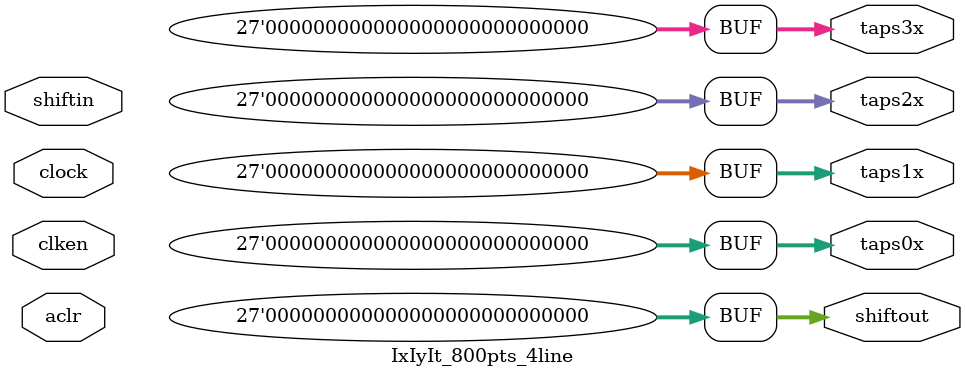
<source format=v>
module IxIyIt_800pts_4line(	// file.cleaned.mlir:2:3
  input         aclr,	// file.cleaned.mlir:2:37
                clken,	// file.cleaned.mlir:2:52
                clock,	// file.cleaned.mlir:2:68
  input  [26:0] shiftin,	// file.cleaned.mlir:2:84
  output [26:0] shiftout,	// file.cleaned.mlir:2:104
                taps0x,	// file.cleaned.mlir:2:124
                taps1x,	// file.cleaned.mlir:2:142
                taps2x,	// file.cleaned.mlir:2:160
                taps3x	// file.cleaned.mlir:2:178
);

  assign shiftout = 27'h0;	// file.cleaned.mlir:3:15, :4:5
  assign taps0x = 27'h0;	// file.cleaned.mlir:3:15, :4:5
  assign taps1x = 27'h0;	// file.cleaned.mlir:3:15, :4:5
  assign taps2x = 27'h0;	// file.cleaned.mlir:3:15, :4:5
  assign taps3x = 27'h0;	// file.cleaned.mlir:3:15, :4:5
endmodule


</source>
